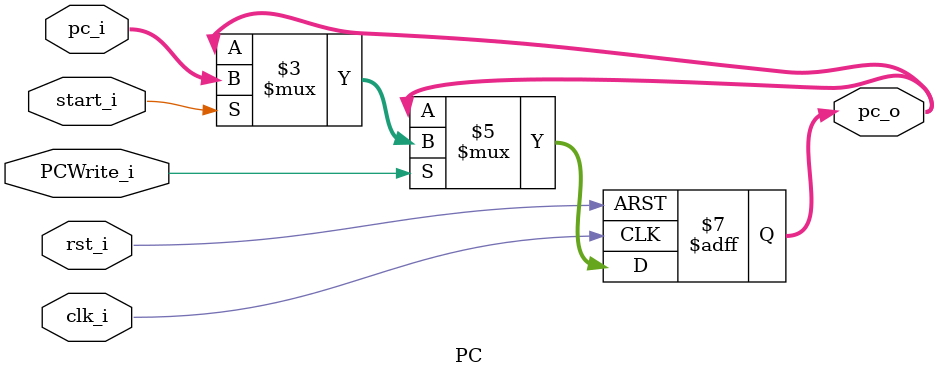
<source format=v>
module PC
(
    clk_i,
    rst_i,
    start_i,
    PCWrite_i,
    pc_i,
    pc_o
);

// Ports
input               clk_i;
input               rst_i;
input               start_i;
input               PCWrite_i;
input   [31:0]      pc_i;
output  [31:0]      pc_o;

// Wires & Registers
reg     [31:0]      pc_o;


always@(posedge clk_i or posedge rst_i) begin
    if(rst_i) begin
        pc_o <= 32'b0;
    end  
    else begin
        if (PCWrite_i) begin
            if(start_i)
                pc_o <= pc_i;
            else
                pc_o <= pc_o;
        end
    end
end

endmodule


</source>
